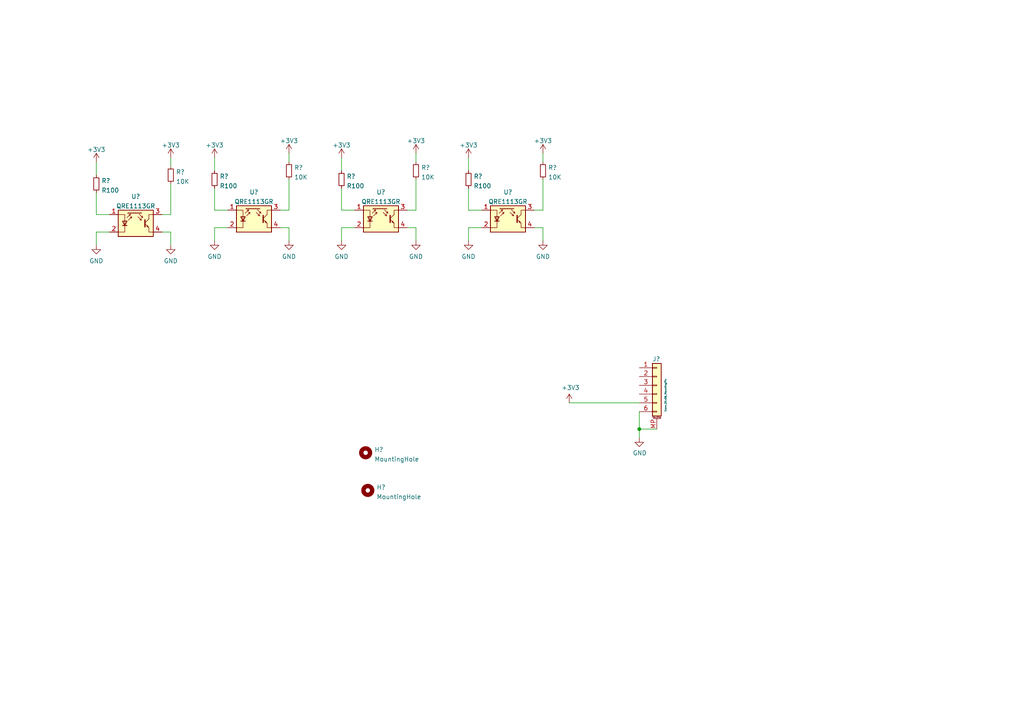
<source format=kicad_sch>
(kicad_sch (version 20211123) (generator eeschema)
  (paper "A4")
  (lib_symbols
    (symbol "Connector_Generic_MountingPin:Conn_01x06_MountingPin" (pin_names (offset 1.016) hide)
      (property "Reference" "J" (at 0 7.62 0))
      (property "Value" "Conn_01x06_MountingPin" (at 1.27 -10.16 0))
      (symbol "Conn_01x06_MountingPin_1_1"
        (rectangle (start -1.27 -7.493) (end 0 -7.747) (stroke (width 0.1524)))
        (rectangle (start -1.27 -4.953) (end 0 -5.207) (stroke (width 0.1524)))
        (rectangle (start -1.27 -2.413) (end 0 -2.667) (stroke (width 0.1524)))
        (rectangle (start -1.27 0.127) (end 0 -0.127) (stroke (width 0.1524)))
        (rectangle (start -1.27 2.667) (end 0 2.413) (stroke (width 0.1524)))
        (rectangle (start -1.27 5.207) (end 0 4.953) (stroke (width 0.1524)))
        (rectangle (start -1.27 6.35) (end 1.27 -8.89) (stroke (width 0.254)) (fill (type background)))
        (polyline (pts (xy -1.016 -9.652) (xy 1.016 -9.652)) (stroke (width 0.1524)))
        (text "Mounting" (at 0 -9.271 0) (effects (font (size 0.381 0.381))))
        (pin passive line (at -5.08 5.08 0) (length 3.81) (name "Pin_1") (number "1"))
        (pin passive line (at -5.08 2.54 0) (length 3.81) (name "Pin_2") (number "2"))
        (pin passive line (at -5.08 0 0) (length 3.81) (name "Pin_3") (number "3"))
        (pin passive line (at -5.08 -2.54 0) (length 3.81) (name "Pin_4") (number "4"))
        (pin passive line (at -5.08 -5.08 0) (length 3.81) (name "Pin_5") (number "5"))
        (pin passive line (at -5.08 -7.62 0) (length 3.81) (name "Pin_6") (number "6"))
        (pin passive line (at 0 -12.7 90) (length 3.048) (name "MountPin") (number "MP"))
      )
    )
    (symbol "Device:R_Small" (pin_numbers hide) (pin_names (offset 0.254) hide)
      (property "Reference" "R" (at 0.762 0.508 0))
      (property "Value" "R_Small" (at 0.762 -1.016 0))
      (symbol "R_Small_0_1"
        (rectangle (start -0.762 1.778) (end 0.762 -1.778) (stroke (width 0.2032)))
      )
      (symbol "R_Small_1_1"
        (pin passive line (at 0 2.54 270) (length 0.762) (name "~") (number "1"))
        (pin passive line (at 0 -2.54 90) (length 0.762) (name "~") (number "2"))
      )
    )
    (symbol "Mechanical:MountingHole" (pin_names (offset 1.016))
      (property "Reference" "H" (at 0 5.08 0))
      (property "Value" "MountingHole" (at 0 3.175 0))
      (symbol "MountingHole_0_1"
        (circle (center 0 0) (radius 1.27) (stroke (width 1.27)))
      )
    )
    (symbol "Sensor_Proximity:QRE1113" (pin_names (offset 0.0254) hide)
      (property "Reference" "U" (at -3.81 5.08 0))
      (property "Value" "QRE1113" (at 7.62 5.08 0))
      (symbol "QRE1113_0_1"
        (polyline (pts (xy -3.81 -0.635) (xy -2.54 -0.635)) (stroke (width 0.254)))
        (polyline (pts (xy -2.286 2.921) (xy -2.032 3.175)))
        (polyline (pts (xy -1.778 2.921) (xy -1.524 3.175)))
        (polyline (pts (xy -1.524 2.667) (xy -1.651 2.159)))
        (polyline (pts (xy -1.27 2.921) (xy -1.016 3.175)))
        (polyline (pts (xy -1.143 1.905) (xy -1.27 1.397)))
        (polyline (pts (xy -0.762 2.921) (xy -0.508 3.175)))
        (polyline (pts (xy -0.254 2.921) (xy 0 3.175)))
        (polyline (pts (xy 0.254 2.921) (xy 0.508 3.175)))
        (polyline (pts (xy 0.762 2.921) (xy 1.016 3.175)))
        (polyline (pts (xy 1.27 2.921) (xy 1.524 3.175)))
        (polyline (pts (xy 1.651 0.889) (xy 1.143 1.016)))
        (polyline (pts (xy 1.778 2.921) (xy -2.413 2.921)))
        (polyline (pts (xy 2.032 1.651) (xy 1.524 1.778)))
        (polyline (pts (xy 2.667 -0.127) (xy 3.81 -1.27)))
        (polyline (pts (xy 2.667 0.127) (xy 3.81 1.27)))
        (polyline (pts (xy -2.54 1.651) (xy -1.524 2.667) (xy -2.032 2.54)))
        (polyline (pts (xy -2.159 0.889) (xy -1.143 1.905) (xy -1.651 1.778)))
        (polyline (pts (xy 0.635 1.905) (xy 1.651 0.889) (xy 1.524 1.397)))
        (polyline (pts (xy 1.016 2.667) (xy 2.032 1.651) (xy 1.905 2.159)))
        (polyline (pts (xy 2.667 1.016) (xy 2.667 -1.016) (xy 2.667 -1.016)) (stroke (width 0.3556)))
        (polyline (pts (xy 3.81 -1.27) (xy 3.81 -2.54) (xy 5.08 -2.54)))
        (polyline (pts (xy 3.81 1.27) (xy 3.81 2.54) (xy 5.08 2.54)))
        (polyline (pts (xy -5.08 -2.54) (xy -3.175 -2.54) (xy -3.175 2.54) (xy -5.08 2.54)))
        (polyline (pts (xy -3.175 -0.635) (xy -3.81 0.635) (xy -2.54 0.635) (xy -3.175 -0.635)) (stroke (width 0.254)))
        (polyline (pts (xy 3.683 -1.143) (xy 3.429 -0.635) (xy 3.175 -0.889) (xy 3.683 -1.143)))
        (polyline (pts (xy -5.08 -3.81) (xy 5.08 -3.81) (xy 5.08 3.81) (xy -5.08 3.81) (xy -5.08 -3.81)) (stroke (width 0.254)) (fill (type background)))
      )
      (symbol "QRE1113_1_1"
        (pin passive line (at -7.62 2.54 0) (length 2.54) (name "A") (number "1"))
        (pin passive line (at -7.62 -2.54 0) (length 2.54) (name "K") (number "2"))
        (pin open_collector line (at 7.62 2.54 180) (length 2.54) (name "~") (number "3"))
        (pin open_emitter line (at 7.62 -2.54 180) (length 2.54) (name "~") (number "4"))
      )
    )
    (symbol "power:+3.3V" (power) (pin_names (offset 0))
      (property "Value" "+3.3V" (at 0 3.556 0))
      (symbol "+3.3V_0_1"
        (polyline (pts (xy -0.762 1.27) (xy 0 2.54)))
        (polyline (pts (xy 0 0) (xy 0 2.54)))
        (polyline (pts (xy 0 2.54) (xy 0.762 1.27)))
      )
      (symbol "+3.3V_1_1"
        (pin power_in line (at 0 0 90) (length 0) hide (name "+3V3") (number "1"))
      )
    )
    (symbol "power:GND" (power) (pin_names (offset 0))
      (property "Value" "GND" (at 0 -3.81 0))
      (symbol "GND_0_1"
        (polyline (pts (xy 0 0) (xy 0 -1.27) (xy 1.27 -1.27) (xy 0 -2.54) (xy -1.27 -1.27) (xy 0 -1.27)))
      )
      (symbol "GND_1_1"
        (pin power_in line (at 0 0 270) (length 0) hide (name "GND") (number "1"))
      )
    )
  )
  (junction (at 185.42 124.46))
  (wire (pts (xy 62.23 54.61) (xy 62.23 60.96)))
  (wire (pts (xy 49.53 67.31) (xy 49.53 71.12)))
  (wire (pts (xy 135.89 60.96) (xy 139.7 60.96)))
  (wire (pts (xy 157.48 52.07) (xy 157.48 60.96)))
  (wire (pts (xy 62.23 60.96) (xy 66.04 60.96)))
  (wire (pts (xy 120.65 66.04) (xy 120.65 69.85)))
  (wire (pts (xy 99.06 54.61) (xy 99.06 60.96)))
  (wire (pts (xy 49.53 53.34) (xy 49.53 62.23)))
  (wire (pts (xy 135.89 54.61) (xy 135.89 60.96)))
  (wire (pts (xy 49.53 45.72) (xy 49.53 48.26)))
  (wire (pts (xy 135.89 66.04) (xy 135.89 69.85)))
  (wire (pts (xy 185.42 124.46) (xy 185.42 127)))
  (wire (pts (xy 165.1 116.84) (xy 185.42 116.84)))
  (wire (pts (xy 31.75 67.31) (xy 27.94 67.31)))
  (wire (pts (xy 118.11 66.04) (xy 120.65 66.04)))
  (wire (pts (xy 99.06 45.72) (xy 99.06 49.53)))
  (wire (pts (xy 81.28 66.04) (xy 83.82 66.04)))
  (wire (pts (xy 157.48 44.45) (xy 157.48 46.99)))
  (wire (pts (xy 27.94 46.99) (xy 27.94 50.8)))
  (wire (pts (xy 27.94 67.31) (xy 27.94 71.12)))
  (wire (pts (xy 102.87 66.04) (xy 99.06 66.04)))
  (wire (pts (xy 139.7 66.04) (xy 135.89 66.04)))
  (wire (pts (xy 83.82 44.45) (xy 83.82 46.99)))
  (wire (pts (xy 27.94 55.88) (xy 27.94 62.23)))
  (wire (pts (xy 62.23 66.04) (xy 62.23 69.85)))
  (wire (pts (xy 81.28 60.96) (xy 83.82 60.96)))
  (wire (pts (xy 46.99 62.23) (xy 49.53 62.23)))
  (wire (pts (xy 120.65 44.45) (xy 120.65 46.99)))
  (wire (pts (xy 99.06 66.04) (xy 99.06 69.85)))
  (wire (pts (xy 135.89 45.72) (xy 135.89 49.53)))
  (wire (pts (xy 154.94 66.04) (xy 157.48 66.04)))
  (wire (pts (xy 46.99 67.31) (xy 49.53 67.31)))
  (wire (pts (xy 66.04 66.04) (xy 62.23 66.04)))
  (wire (pts (xy 185.42 124.46) (xy 190.5 124.46)))
  (wire (pts (xy 99.06 60.96) (xy 102.87 60.96)))
  (wire (pts (xy 120.65 52.07) (xy 120.65 60.96)))
  (wire (pts (xy 83.82 52.07) (xy 83.82 60.96)))
  (wire (pts (xy 185.42 119.38) (xy 185.42 124.46)))
  (wire (pts (xy 27.94 62.23) (xy 31.75 62.23)))
  (wire (pts (xy 154.94 60.96) (xy 157.48 60.96)))
  (wire (pts (xy 118.11 60.96) (xy 120.65 60.96)))
  (wire (pts (xy 83.82 66.04) (xy 83.82 69.85)))
  (wire (pts (xy 157.48 66.04) (xy 157.48 69.85)))
  (wire (pts (xy 62.23 45.72) (xy 62.23 49.53)))
  (symbol (lib_id "Device:R_Small") (at 120.65 49.53 0) (unit 1)
    (property "Reference" "R?" (at 122.1487 48.6215 0) (effects (justify left)))
    (property "Value" "10K" (at 122.1487 51.3966 0) (effects (justify left)))
    (property "Footprint" "Resistor_SMD:R_0603_1608Metric" (effects hide))
  )
  (symbol (lib_id "power:+3.3V") (at 27.94 46.99 0) (unit 1)
    (property "Reference" "#PWR?" (effects hide))
    (property "Value" "+3.3V" (at 27.94 43.3854 0))
  )
  (symbol (lib_id "Sensor_Proximity:QRE1113") (at 110.49 63.5 0) (unit 1)
    (property "Reference" "U?" (at 110.49 55.7234 0))
    (property "Value" "QRE1113GR" (at 110.49 58.4985 0))
    (property "Footprint" "OptoDevice:OnSemi_CASE100CY" (effects hide))
    (property "Datasheet" "http://www.onsemi.com/pub/Collateral/QRE1113-D.PDF" (effects hide))
  )
  (symbol (lib_id "power:+3.3V") (at 120.65 44.45 0) (unit 1)
    (property "Reference" "#PWR?" (effects hide))
    (property "Value" "+3.3V" (at 120.65 40.8454 0))
  )
  (symbol (lib_id "Device:R_Small") (at 49.53 50.8 0) (unit 1)
    (property "Reference" "R?" (at 51.0287 49.8915 0) (effects (justify left)))
    (property "Value" "10K" (at 51.0287 52.6666 0) (effects (justify left)))
    (property "Footprint" "Resistor_SMD:R_0603_1608Metric" (effects hide))
  )
  (symbol (lib_id "Mechanical:MountingHole") (at 106.053 131.3244 0) (unit 1)
    (property "Reference" "H?" (at 108.593 130.4159 0) (effects (justify left)))
    (property "Value" "MountingHole" (at 108.593 133.191 0) (effects (justify left)))
    (property "Footprint" "MountingHole:MountingHole_3.2mm_M3_ISO14580" (effects hide))
  )
  (symbol (lib_id "Sensor_Proximity:QRE1113") (at 73.66 63.5 0) (unit 1)
    (property "Reference" "U?" (at 73.66 55.7234 0))
    (property "Value" "QRE1113GR" (at 73.66 58.4985 0))
    (property "Footprint" "OptoDevice:OnSemi_CASE100CY" (effects hide))
    (property "Datasheet" "http://www.onsemi.com/pub/Collateral/QRE1113-D.PDF" (effects hide))
  )
  (symbol (lib_id "Mechanical:MountingHole") (at 106.68 142.24 0) (unit 1)
    (property "Reference" "H?" (at 109.22 141.3315 0) (effects (justify left)))
    (property "Value" "MountingHole" (at 109.22 144.1066 0) (effects (justify left)))
    (property "Footprint" "MountingHole:MountingHole_3.2mm_M3_ISO14580" (effects hide))
  )
  (symbol (lib_id "power:+3.3V") (at 99.06 45.72 0) (unit 1)
    (property "Reference" "#PWR?" (effects hide))
    (property "Value" "+3.3V" (at 99.06 42.1154 0))
  )
  (symbol (lib_id "Device:R_Small") (at 62.23 52.07 0) (unit 1)
    (property "Reference" "R?" (at 63.7287 51.1615 0) (effects (justify left)))
    (property "Value" "R100" (at 63.7287 53.9366 0) (effects (justify left)))
    (property "Footprint" "Resistor_SMD:R_0603_1608Metric" (effects hide))
  )
  (symbol (lib_id "Device:R_Small") (at 83.82 49.53 0) (unit 1)
    (property "Reference" "R?" (at 85.3187 48.6215 0) (effects (justify left)))
    (property "Value" "10K" (at 85.3187 51.3966 0) (effects (justify left)))
    (property "Footprint" "Resistor_SMD:R_0603_1608Metric" (effects hide))
  )
  (symbol (lib_id "power:+3.3V") (at 62.23 45.72 0) (unit 1)
    (property "Reference" "#PWR?" (effects hide))
    (property "Value" "+3.3V" (at 62.23 42.1154 0))
  )
  (symbol (lib_id "power:GND") (at 99.06 69.85 0) (unit 1)
    (property "Reference" "#PWR?" (effects hide))
    (property "Value" "GND" (at 99.06 74.4126 0))
  )
  (symbol (lib_id "power:GND") (at 62.23 69.85 0) (unit 1)
    (property "Reference" "#PWR?" (effects hide))
    (property "Value" "GND" (at 62.23 74.4126 0))
  )
  (symbol (lib_id "Connector_Generic_MountingPin:Conn_01x06_MountingPin") (at 190.5 111.76 0) (unit 1)
    (property "Reference" "J?" (at 189.23 104.14 0) (effects (justify left)))
    (property "Value" "Conn_01x06_MountingPin" (at 193.04 119.38 90) (effects (font (size 0.5 0.5)) (justify left)))
    (property "Footprint" "Connector_FFC-FPC:TE_84952-6_1x06-1MP_P1.0mm_Horizontal" (effects hide))
  )
  (symbol (lib_id "power:+3.3V") (at 157.48 44.45 0) (unit 1)
    (property "Reference" "#PWR?" (effects hide))
    (property "Value" "+3.3V" (at 157.48 40.8454 0))
  )
  (symbol (lib_id "Device:R_Small") (at 157.48 49.53 0) (unit 1)
    (property "Reference" "R?" (at 158.9787 48.6215 0) (effects (justify left)))
    (property "Value" "10K" (at 158.9787 51.3966 0) (effects (justify left)))
    (property "Footprint" "Resistor_SMD:R_0603_1608Metric" (effects hide))
  )
  (symbol (lib_id "Device:R_Small") (at 135.89 52.07 0) (unit 1)
    (property "Reference" "R?" (at 137.3887 51.1615 0) (effects (justify left)))
    (property "Value" "R100" (at 137.3887 53.9366 0) (effects (justify left)))
    (property "Footprint" "Resistor_SMD:R_0603_1608Metric" (effects hide))
  )
  (symbol (lib_id "Sensor_Proximity:QRE1113") (at 147.32 63.5 0) (unit 1)
    (property "Reference" "U?" (at 147.32 55.7234 0))
    (property "Value" "QRE1113GR" (at 147.32 58.4985 0))
    (property "Footprint" "OptoDevice:OnSemi_CASE100CY" (effects hide))
    (property "Datasheet" "http://www.onsemi.com/pub/Collateral/QRE1113-D.PDF" (effects hide))
  )
  (symbol (lib_id "power:+3.3V") (at 165.1 116.84 0) (unit 1)
    (property "Reference" "#PWR?" (effects hide))
    (property "Value" "+3.3V" (at 165.481 112.4458 0))
  )
  (symbol (lib_id "Device:R_Small") (at 99.06 52.07 0) (unit 1)
    (property "Reference" "R?" (at 100.5587 51.1615 0) (effects (justify left)))
    (property "Value" "R100" (at 100.5587 53.9366 0) (effects (justify left)))
    (property "Footprint" "Resistor_SMD:R_0603_1608Metric" (effects hide))
  )
  (symbol (lib_id "power:GND") (at 83.82 69.85 0) (unit 1)
    (property "Reference" "#PWR?" (effects hide))
    (property "Value" "GND" (at 83.82 74.4126 0))
  )
  (symbol (lib_id "power:+3.3V") (at 49.53 45.72 0) (unit 1)
    (property "Reference" "#PWR?" (effects hide))
    (property "Value" "+3.3V" (at 49.53 42.1154 0))
  )
  (symbol (lib_id "power:GND") (at 135.89 69.85 0) (unit 1)
    (property "Reference" "#PWR?" (effects hide))
    (property "Value" "GND" (at 135.89 74.4126 0))
  )
  (symbol (lib_id "power:GND") (at 120.65 69.85 0) (unit 1)
    (property "Reference" "#PWR?" (effects hide))
    (property "Value" "GND" (at 120.65 74.4126 0))
  )
  (symbol (lib_id "power:+3.3V") (at 83.82 44.45 0) (unit 1)
    (property "Reference" "#PWR?" (effects hide))
    (property "Value" "+3.3V" (at 83.82 40.8454 0))
  )
  (symbol (lib_id "power:GND") (at 49.53 71.12 0) (unit 1)
    (property "Reference" "#PWR?" (effects hide))
    (property "Value" "GND" (at 49.53 75.6826 0))
  )
  (symbol (lib_id "power:GND") (at 27.94 71.12 0) (unit 1)
    (property "Reference" "#PWR?" (effects hide))
    (property "Value" "GND" (at 27.94 75.6826 0))
  )
  (symbol (lib_id "power:+3.3V") (at 135.89 45.72 0) (unit 1)
    (property "Reference" "#PWR?" (effects hide))
    (property "Value" "+3.3V" (at 135.89 42.1154 0))
  )
  (symbol (lib_id "Sensor_Proximity:QRE1113") (at 39.37 64.77 0) (unit 1)
    (property "Reference" "U?" (at 39.37 56.9934 0))
    (property "Value" "QRE1113GR" (at 39.37 59.7685 0))
    (property "Footprint" "OptoDevice:OnSemi_CASE100CY" (effects hide))
    (property "Datasheet" "http://www.onsemi.com/pub/Collateral/QRE1113-D.PDF" (effects hide))
  )
  (symbol (lib_id "power:GND") (at 157.48 69.85 0) (unit 1)
    (property "Reference" "#PWR?" (effects hide))
    (property "Value" "GND" (at 157.48 74.4126 0))
  )
  (symbol (lib_id "power:GND") (at 185.42 127 0) (unit 1)
    (property "Reference" "#PWR?" (effects hide))
    (property "Value" "GND" (at 185.547 131.3942 0))
  )
  (symbol (lib_id "Device:R_Small") (at 27.94 53.34 0) (unit 1)
    (property "Reference" "R?" (at 29.4387 52.4315 0) (effects (justify left)))
    (property "Value" "R100" (at 29.4387 55.2066 0) (effects (justify left)))
    (property "Footprint" "Resistor_SMD:R_0603_1608Metric" (effects hide))
  )
)
</source>
